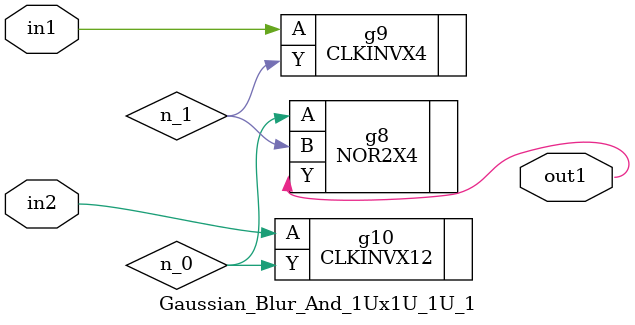
<source format=v>
`timescale 1ps / 1ps


module Gaussian_Blur_And_1Ux1U_1U_1(in2, in1, out1);
  input in2, in1;
  output out1;
  wire in2, in1;
  wire out1;
  wire n_0, n_1;
  NOR2X4 g8(.A (n_0), .B (n_1), .Y (out1));
  CLKINVX4 g9(.A (in1), .Y (n_1));
  CLKINVX12 g10(.A (in2), .Y (n_0));
endmodule


</source>
